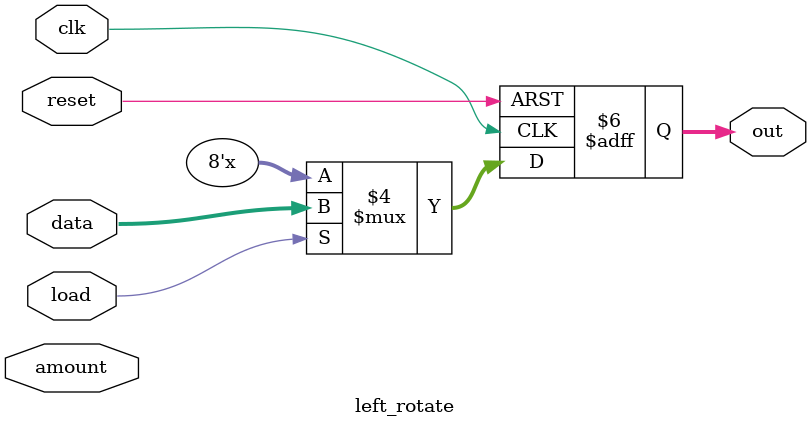
<source format=v>
module left_rotate(clk,reset,amount,data,load,out);
input clk,reset;
input [2:0] amount;
input [7:0] data;
input load;
output reg [7:0] out;
// when load is high, load data to out
// shift left and rotate the register out by amount bits
always @(posedge clk, posedge reset)
	if(reset)
	begin
	out=0;
	end
	else if(load)
	begin
	out<=data;
	end
	else
	begin
	out<={out[7:amount],out[31:8]};
	end
endmodule

</source>
